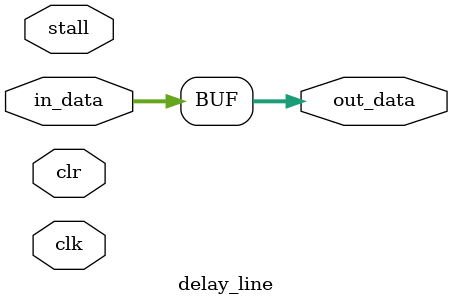
<source format=v>
`timescale 1ns / 1ps
module delay_line #(parameter DEPTH=0, parameter DIM=16) 
(
    input clk,
    input clr,
    input stall,
    input [DIM-1:0] in_data,
    output [DIM-1:0] out_data
);

    generate 
        genvar i;
        if (DEPTH==0)
            begin:no_delay_line
                assign out_data = in_data;
            end
        else 
            begin:delay_line_generation
                reg [DIM-1:0] data_pipe_r [0:DEPTH-1]; 
                
                always @(posedge clk)
                    if (clr) 
                        data_pipe_r[0] <= 0;
                    else if (~stall)
                            data_pipe_r[0] <= in_data;
                
                for (i=1 ; i<DEPTH ; i=i+1)
                    begin:delay_line
                        always @(posedge clk)
                            if (clr)
                                data_pipe_r[i] <= 0;
                            else if (~stall)
                                    data_pipe_r[i] <= data_pipe_r[i-1];
                    end
                
                assign out_data=data_pipe_r[DEPTH-1];
            end
    endgenerate

endmodule

</source>
